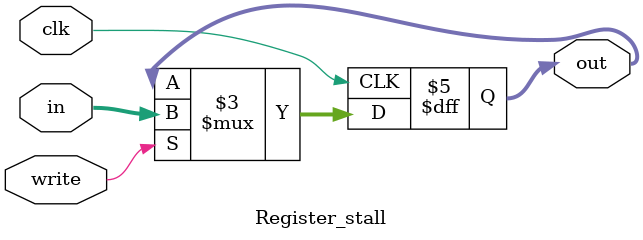
<source format=v>
module Register_stall #(parameter WIDTH = 32) (clk, write, in, out);

input wire clk;
input wire write;
input wire [WIDTH - 1 : 0] in;
output reg [WIDTH - 1 : 0] out = 0;

always @(posedge clk) begin
    if (write) out <= in;
end

endmodule

</source>
